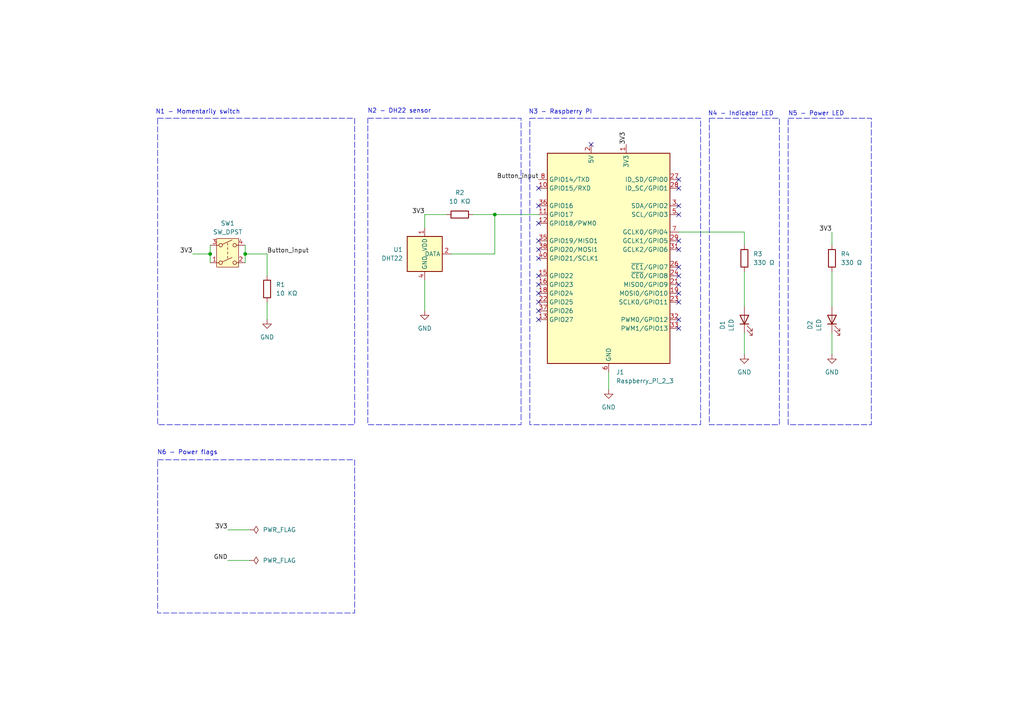
<source format=kicad_sch>
(kicad_sch (version 20250114) (generator "eeschema") (generator_version "9.0")
  (paper "A4")
  (title_block (title "Raspberry PI HAT") (date "2025-06-14") (rev "1") (company "DGN Holdings") (comment 1 "Designed by Gathoinjia in Toll, Nanyuki"))
  (lib_symbols
    (symbol "Connector:Raspberry_Pi_2_3"
      (property "Reference" "J" (at -17.78 31.75 0))
      (property "Value" "Raspberry_Pi_2_3" (at 10.16 -31.75 0))
      (symbol "Raspberry_Pi_2_3_0_1"
        (rectangle (start -17.78 30.48) (end 17.78 -30.48) (stroke (width 0.254)) (fill (type background)))
      )
      (symbol "Raspberry_Pi_2_3_1_1"
        (pin bidirectional line (at -20.32 22.86 0) (length 2.54) (name "GPIO14/TXD") (number "8"))
        (pin bidirectional line (at -20.32 20.32 0) (length 2.54) (name "GPIO15/RXD") (number "10"))
        (pin bidirectional line (at -20.32 15.24 0) (length 2.54) (name "GPIO16") (number "36"))
        (pin bidirectional line (at -20.32 12.7 0) (length 2.54) (name "GPIO17") (number "11"))
        (pin bidirectional line (at -20.32 10.16 0) (length 2.54) (name "GPIO18/PWM0") (number "12"))
        (pin bidirectional line (at -20.32 5.08 0) (length 2.54) (name "GPIO19/MISO1") (number "35"))
        (pin bidirectional line (at -20.32 2.54 0) (length 2.54) (name "GPIO20/MOSI1") (number "38"))
        (pin bidirectional line (at -20.32 0 0) (length 2.54) (name "GPIO21/SCLK1") (number "40"))
        (pin bidirectional line (at -20.32 -5.08 0) (length 2.54) (name "GPIO22") (number "15"))
        (pin bidirectional line (at -20.32 -7.62 0) (length 2.54) (name "GPIO23") (number "16"))
        (pin bidirectional line (at -20.32 -10.16 0) (length 2.54) (name "GPIO24") (number "18"))
        (pin bidirectional line (at -20.32 -12.7 0) (length 2.54) (name "GPIO25") (number "22"))
        (pin bidirectional line (at -20.32 -15.24 0) (length 2.54) (name "GPIO26") (number "37"))
        (pin bidirectional line (at -20.32 -17.78 0) (length 2.54) (name "GPIO27") (number "13"))
        (pin power_in line (at -5.08 33.02 270) (length 2.54) (name "5V") (number "2"))
        (pin passive line (at -5.08 33.02 270) (length 2.54) (hide yes) (name "5V") (number "4"))
        (pin passive line (at 0 -33.02 90) (length 2.54) (hide yes) (name "GND") (number "14"))
        (pin passive line (at 0 -33.02 90) (length 2.54) (hide yes) (name "GND") (number "20"))
        (pin passive line (at 0 -33.02 90) (length 2.54) (hide yes) (name "GND") (number "25"))
        (pin passive line (at 0 -33.02 90) (length 2.54) (hide yes) (name "GND") (number "30"))
        (pin passive line (at 0 -33.02 90) (length 2.54) (hide yes) (name "GND") (number "34"))
        (pin passive line (at 0 -33.02 90) (length 2.54) (hide yes) (name "GND") (number "39"))
        (pin power_in line (at 0 -33.02 90) (length 2.54) (name "GND") (number "6"))
        (pin passive line (at 0 -33.02 90) (length 2.54) (hide yes) (name "GND") (number "9"))
        (pin power_in line (at 5.08 33.02 270) (length 2.54) (name "3V3") (number "1"))
        (pin passive line (at 5.08 33.02 270) (length 2.54) (hide yes) (name "3V3") (number "17"))
        (pin bidirectional line (at 20.32 22.86 180) (length 2.54) (name "ID_SD/GPIO0") (number "27"))
        (pin bidirectional line (at 20.32 20.32 180) (length 2.54) (name "ID_SC/GPIO1") (number "28"))
        (pin bidirectional line (at 20.32 15.24 180) (length 2.54) (name "SDA/GPIO2") (number "3"))
        (pin bidirectional line (at 20.32 12.7 180) (length 2.54) (name "SCL/GPIO3") (number "5"))
        (pin bidirectional line (at 20.32 7.62 180) (length 2.54) (name "GCLK0/GPIO4") (number "7"))
        (pin bidirectional line (at 20.32 5.08 180) (length 2.54) (name "GCLK1/GPIO5") (number "29"))
        (pin bidirectional line (at 20.32 2.54 180) (length 2.54) (name "GCLK2/GPIO6") (number "31"))
        (pin bidirectional line (at 20.32 -2.54 180) (length 2.54) (name "~{CE1}/GPIO7") (number "26"))
        (pin bidirectional line (at 20.32 -5.08 180) (length 2.54) (name "~{CE0}/GPIO8") (number "24"))
        (pin bidirectional line (at 20.32 -7.62 180) (length 2.54) (name "MISO0/GPIO9") (number "21"))
        (pin bidirectional line (at 20.32 -10.16 180) (length 2.54) (name "MOSI0/GPIO10") (number "19"))
        (pin bidirectional line (at 20.32 -12.7 180) (length 2.54) (name "SCLK0/GPIO11") (number "23"))
        (pin bidirectional line (at 20.32 -17.78 180) (length 2.54) (name "PWM0/GPIO12") (number "32"))
        (pin bidirectional line (at 20.32 -20.32 180) (length 2.54) (name "PWM1/GPIO13") (number "33"))
      )
    )
    (symbol "Device:LED" (pin_numbers (hide yes)) (pin_names (offset 1.016) (hide yes))
      (property "Reference" "D" (at 0 2.54 0))
      (property "Value" "LED" (at 0 -2.54 0))
      (symbol "LED_0_1"
        (polyline (pts (xy -3.048 -0.762) (xy -4.572 -2.286) (xy -3.81 -2.286) (xy -4.572 -2.286) (xy -4.572 -1.524)))
        (polyline (pts (xy -1.778 -0.762) (xy -3.302 -2.286) (xy -2.54 -2.286) (xy -3.302 -2.286) (xy -3.302 -1.524)))
        (polyline (pts (xy -1.27 0) (xy 1.27 0)))
        (polyline (pts (xy -1.27 -1.27) (xy -1.27 1.27)) (stroke (width 0.254)))
        (polyline (pts (xy 1.27 -1.27) (xy 1.27 1.27) (xy -1.27 0) (xy 1.27 -1.27)) (stroke (width 0.254)))
      )
      (symbol "LED_1_1"
        (pin passive line (at -3.81 0 0) (length 2.54) (name "K") (number "1"))
        (pin passive line (at 3.81 0 180) (length 2.54) (name "A") (number "2"))
      )
    )
    (symbol "Device:R" (pin_numbers (hide yes)) (pin_names (offset 0))
      (property "Reference" "R" (at 2.032 0 90))
      (property "Value" "R" (at 0 0 90))
      (symbol "R_0_1"
        (rectangle (start -1.016 -2.54) (end 1.016 2.54) (stroke (width 0.254)))
      )
      (symbol "R_1_1"
        (pin passive line (at 0 3.81 270) (length 1.27) (name "~") (number "1"))
        (pin passive line (at 0 -3.81 90) (length 1.27) (name "~") (number "2"))
      )
    )
    (symbol "Sensor:DHT11"
      (property "Reference" "U" (at -3.81 6.35 0))
      (property "Value" "DHT11" (at 3.81 6.35 0))
      (symbol "DHT11_0_1"
        (rectangle (start -5.08 5.08) (end 5.08 -5.08) (stroke (width 0.254)) (fill (type background)))
      )
      (symbol "DHT11_1_1"
        (pin no_connect line (at -5.08 0 0) (length 2.54) (hide yes) (name "NC") (number "3"))
        (pin power_in line (at 0 7.62 270) (length 2.54) (name "VDD") (number "1"))
        (pin power_in line (at 0 -7.62 90) (length 2.54) (name "GND") (number "4"))
        (pin bidirectional line (at 7.62 0 180) (length 2.54) (name "DATA") (number "2"))
      )
    )
    (symbol "Switch:SW_DPST" (pin_names (offset 0) (hide yes))
      (property "Reference" "SW" (at 0 6.35 0))
      (property "Value" "SW_DPST" (at 0 -5.08 0))
      (symbol "SW_DPST_0_0"
        (circle (center -2.032 2.54) (radius 0.508))
        (circle (center -2.032 -2.54) (radius 0.508))
        (polyline (pts (xy -1.524 2.794) (xy 1.27 4.064)))
        (polyline (pts (xy -1.524 -2.286) (xy 1.27 -1.016)))
        (polyline (pts (xy 0 2.54) (xy 0 3.175)))
        (polyline (pts (xy 0 1.27) (xy 0 1.905)))
        (polyline (pts (xy 0 0) (xy 0 0.635)))
        (polyline (pts (xy 0 -1.27) (xy 0 -0.635)))
        (circle (center 2.032 2.54) (radius 0.508))
        (circle (center 2.032 -2.54) (radius 0.508))
      )
      (symbol "SW_DPST_1_1"
        (rectangle (start -3.175 4.445) (end 3.175 -3.81) (fill (type background)))
        (pin passive line (at -5.08 2.54 0) (length 2.54) (name "3") (number "3"))
        (pin passive line (at -5.08 -2.54 0) (length 2.54) (name "1") (number "1"))
        (pin passive line (at 5.08 2.54 180) (length 2.54) (name "4") (number "4"))
        (pin passive line (at 5.08 -2.54 180) (length 2.54) (name "2") (number "2"))
      )
    )
    (symbol "power:GND" (power) (pin_numbers (hide yes)) (pin_names (offset 0) (hide yes))
      (property "Value" "GND" (at 0 -3.81 0))
      (symbol "GND_0_1"
        (polyline (pts (xy 0 0) (xy 0 -1.27) (xy 1.27 -1.27) (xy 0 -2.54) (xy -1.27 -1.27) (xy 0 -1.27)))
      )
      (symbol "GND_1_1"
        (pin power_in line (at 0 0 270) (length 0) (name "~") (number "1"))
      )
    )
    (symbol "power:PWR_FLAG" (power) (pin_numbers (hide yes)) (pin_names (offset 0) (hide yes))
      (property "Value" "PWR_FLAG" (at 0 3.81 0))
      (symbol "PWR_FLAG_0_0"
        (pin power_out line (at 0 0 90) (length 0) (name "~") (number "1"))
      )
      (symbol "PWR_FLAG_0_1"
        (polyline (pts (xy 0 0) (xy 0 1.27) (xy -1.016 1.905) (xy 0 2.54) (xy 1.016 1.905) (xy 0 1.27)))
      )
    )
  )
  (rectangle (start 106.68 34.29) (end 151.13 123.19) (stroke (width 0) (type dash)))
  (rectangle (start 228.6 34.29) (end 252.73 123.19) (stroke (width 0) (type dash)))
  (rectangle (start 45.72 34.29) (end 102.87 123.19) (stroke (width 0) (type dash)))
  (rectangle (start 45.72 133.35) (end 102.87 177.8) (stroke (width 0) (type dash)))
  (rectangle (start 205.74 34.29) (end 226.06 123.19) (stroke (width 0) (type dash)))
  (rectangle (start 153.67 34.29) (end 203.2 123.19) (stroke (width 0) (type dash)))
  (text "N1 - Momentarily switch" (at 57.404 32.512 0) (effects (font (size 1.27 1.27))))
  (text "N6 - Power flags" (at 54.356 131.318 0) (effects (font (size 1.27 1.27))))
  (text "N4 - Indicator LED" (at 214.884 33.02 0) (effects (font (size 1.27 1.27))))
  (text "N2 - DH22 sensor" (at 115.824 32.258 0) (effects (font (size 1.27 1.27))))
  (text "N3 - Raspberry PI" (at 162.56 32.512 0) (effects (font (size 1.27 1.27))))
  (text "N5 - Power LED" (at 236.728 33.02 0) (effects (font (size 1.27 1.27))))
  (junction (at 71.12 73.66))
  (junction (at 60.96 73.66))
  (junction (at 143.51 62.23))
  (no_connect (at 156.21 90.17))
  (no_connect (at 196.85 85.09))
  (no_connect (at 196.85 92.71))
  (no_connect (at 196.85 69.85))
  (no_connect (at 196.85 72.39))
  (no_connect (at 196.85 52.07))
  (no_connect (at 156.21 85.09))
  (no_connect (at 156.21 80.01))
  (no_connect (at 156.21 72.39))
  (no_connect (at 196.85 54.61))
  (no_connect (at 196.85 82.55))
  (no_connect (at 196.85 62.23))
  (no_connect (at 156.21 74.93))
  (no_connect (at 156.21 54.61))
  (no_connect (at 171.45 41.91))
  (no_connect (at 156.21 87.63))
  (no_connect (at 196.85 87.63))
  (no_connect (at 156.21 59.69))
  (no_connect (at 156.21 92.71))
  (no_connect (at 156.21 64.77))
  (no_connect (at 156.21 82.55))
  (no_connect (at 156.21 69.85))
  (no_connect (at 196.85 80.01))
  (no_connect (at 196.85 77.47))
  (no_connect (at 196.85 95.25))
  (no_connect (at 196.85 59.69))
  (wire (pts (xy 137.16 62.23) (xy 143.51 62.23)))
  (wire (pts (xy 196.85 67.31) (xy 215.9 67.31)))
  (wire (pts (xy 241.3 96.52) (xy 241.3 102.87)))
  (wire (pts (xy 71.12 71.12) (xy 71.12 73.66)))
  (wire (pts (xy 123.19 62.23) (xy 123.19 66.04)))
  (wire (pts (xy 55.88 73.66) (xy 60.96 73.66)))
  (wire (pts (xy 77.47 73.66) (xy 77.47 80.01)))
  (wire (pts (xy 215.9 78.74) (xy 215.9 88.9)))
  (wire (pts (xy 241.3 67.31) (xy 241.3 71.12)))
  (wire (pts (xy 71.12 73.66) (xy 71.12 76.2)))
  (wire (pts (xy 130.81 73.66) (xy 143.51 73.66)))
  (wire (pts (xy 215.9 96.52) (xy 215.9 102.87)))
  (wire (pts (xy 77.47 73.66) (xy 71.12 73.66)))
  (wire (pts (xy 176.53 107.95) (xy 176.53 113.03)))
  (wire (pts (xy 156.21 62.23) (xy 143.51 62.23)))
  (wire (pts (xy 215.9 67.31) (xy 215.9 71.12)))
  (wire (pts (xy 123.19 62.23) (xy 129.54 62.23)))
  (wire (pts (xy 241.3 78.74) (xy 241.3 88.9)))
  (wire (pts (xy 143.51 62.23) (xy 143.51 73.66)))
  (wire (pts (xy 66.04 153.67) (xy 72.39 153.67)))
  (wire (pts (xy 66.04 162.56) (xy 72.39 162.56)))
  (wire (pts (xy 77.47 87.63) (xy 77.47 92.71)))
  (wire (pts (xy 60.96 71.12) (xy 60.96 73.66)))
  (wire (pts (xy 60.96 73.66) (xy 60.96 76.2)))
  (wire (pts (xy 123.19 81.28) (xy 123.19 90.17)))
  (label "3V3" (at 66.04 153.67 180))
  (label "GND" (at 66.04 162.56 180))
  (label "Button_input" (at 77.47 73.66 0))
  (label "Button_input" (at 156.21 52.07 180))
  (label "3V3" (at 241.3 67.31 180))
  (label "3V3" (at 123.19 62.23 180))
  (label "3V3" (at 55.88 73.66 180))
  (label "3V3" (at 181.61 41.91 90))
  (symbol (lib_id "Sensor:DHT11") (at 123.19 73.66 0) (unit 1)
    (property "Reference" "U1" (at 116.84 72.3899 0) (effects (justify right)))
    (property "Value" "DHT22" (at 116.84 74.9299 0) (effects (justify right)))
    (property "Footprint" "Connector_PinHeader_2.54mm:PinHeader_1x04_P2.54mm_Vertical" (effects (hide yes)))
    (property "Datasheet" "http://akizukidenshi.com/download/ds/aosong/DHT11.pdf" (effects (hide yes)))
    (property "Description" "3.3V to 5.5V, temperature and humidity module, DHT11" (effects (hide yes)))
  )
  (symbol (lib_id "Device:LED") (at 215.9 92.71 90) (unit 1)
    (property "Reference" "D1" (at 209.55 94.2975 0))
    (property "Value" "LED" (at 212.09 94.2975 0))
    (property "Footprint" "LED_SMD:LED_0805_2012Metric" (effects (hide yes)))
    (property "Description" "Light emitting diode" (effects (hide yes)))
    (property "Sim.Pins" "1=K 2=A" (effects (hide yes)))
  )
  (symbol (lib_id "Device:R") (at 215.9 74.93 0) (unit 1)
    (property "Reference" "R3" (at 218.44 73.6599 0) (effects (justify left)))
    (property "Value" "330 Ω" (at 218.44 76.1999 0) (effects (justify left)))
    (property "Footprint" "Resistor_SMD:R_0805_2012Metric" (effects (hide yes)))
    (property "Description" "Resistor" (effects (hide yes)))
  )
  (symbol (lib_id "Device:R") (at 241.3 74.93 0) (unit 1)
    (property "Reference" "R4" (at 243.84 73.6599 0) (effects (justify left)))
    (property "Value" "330 Ω" (at 243.84 76.1999 0) (effects (justify left)))
    (property "Footprint" "Resistor_SMD:R_0805_2012Metric" (effects (hide yes)))
    (property "Description" "Resistor" (effects (hide yes)))
  )
  (symbol (lib_id "power:GND") (at 241.3 102.87 0) (unit 1)
    (property "Reference" "#PWR05" (effects (hide yes)))
    (property "Value" "GND" (at 241.3 107.95 0))
    (property "Description" "Power symbol creates a global label with name \"GND\" , ground" (effects (hide yes)))
  )
  (symbol (lib_id "power:GND") (at 215.9 102.87 0) (unit 1)
    (property "Reference" "#PWR02" (effects (hide yes)))
    (property "Value" "GND" (at 215.9 107.95 0))
    (property "Description" "Power symbol creates a global label with name \"GND\" , ground" (effects (hide yes)))
  )
  (symbol (lib_id "power:GND") (at 176.53 113.03 0) (unit 1)
    (property "Reference" "#PWR01" (effects (hide yes)))
    (property "Value" "GND" (at 176.53 118.11 0))
    (property "Description" "Power symbol creates a global label with name \"GND\" , ground" (effects (hide yes)))
  )
  (symbol (lib_id "Device:R") (at 133.35 62.23 90) (unit 1)
    (property "Reference" "R2" (at 133.35 55.88 90))
    (property "Value" "10 KΩ" (at 133.35 58.42 90))
    (property "Footprint" "Resistor_SMD:R_0805_2012Metric" (effects (hide yes)))
    (property "Description" "Resistor" (effects (hide yes)))
  )
  (symbol (lib_id "power:PWR_FLAG") (at 72.39 153.67 270) (unit 1)
    (property "Reference" "#FLG01" (effects (hide yes)))
    (property "Value" "PWR_FLAG" (at 76.2 153.6699 90) (effects (justify left)))
    (property "Description" "Special symbol for telling ERC where power comes from" (effects (hide yes)))
  )
  (symbol (lib_id "power:GND") (at 123.19 90.17 0) (unit 1)
    (property "Reference" "#PWR03" (effects (hide yes)))
    (property "Value" "GND" (at 123.19 95.25 0))
    (property "Description" "Power symbol creates a global label with name \"GND\" , ground" (effects (hide yes)))
  )
  (symbol (lib_id "power:PWR_FLAG") (at 72.39 162.56 270) (unit 1)
    (property "Reference" "#FLG02" (effects (hide yes)))
    (property "Value" "PWR_FLAG" (at 76.2 162.5599 90) (effects (justify left)))
    (property "Description" "Special symbol for telling ERC where power comes from" (effects (hide yes)))
  )
  (symbol (lib_id "Device:R") (at 77.47 83.82 0) (unit 1)
    (property "Reference" "R1" (at 80.01 82.5499 0) (effects (justify left)))
    (property "Value" "10 KΩ" (at 80.01 85.0899 0) (effects (justify left)))
    (property "Footprint" "Resistor_SMD:R_0805_2012Metric" (effects (hide yes)))
    (property "Description" "Resistor" (effects (hide yes)))
  )
  (symbol (lib_id "Switch:SW_DPST") (at 66.04 73.66 0) (unit 1)
    (property "Reference" "SW1" (at 66.04 64.77 0))
    (property "Value" "SW_DPST" (at 66.04 67.31 0))
    (property "Footprint" "freetronics_footprints:SW_PUSHBUTTON_PTH" (effects (hide yes)))
    (property "Description" "Double Pole Single Throw (DPST) Switch" (effects (hide yes)))
  )
  (symbol (lib_id "power:GND") (at 77.47 92.71 0) (unit 1)
    (property "Reference" "#PWR04" (effects (hide yes)))
    (property "Value" "GND" (at 77.47 97.79 0))
    (property "Description" "Power symbol creates a global label with name \"GND\" , ground" (effects (hide yes)))
  )
  (symbol (lib_id "Device:LED") (at 241.3 92.71 90) (unit 1)
    (property "Reference" "D2" (at 234.95 94.2975 0))
    (property "Value" "LED" (at 237.49 94.2975 0))
    (property "Footprint" "LED_SMD:LED_0805_2012Metric" (effects (hide yes)))
    (property "Description" "Light emitting diode" (effects (hide yes)))
    (property "Sim.Pins" "1=K 2=A" (effects (hide yes)))
  )
  (symbol (lib_id "Connector:Raspberry_Pi_2_3") (at 176.53 74.93 0) (unit 1)
    (property "Reference" "J1" (at 178.6733 107.95 0) (effects (justify left)))
    (property "Value" "Raspberry_Pi_2_3" (at 178.6733 110.49 0) (effects (justify left)))
    (property "Footprint" "Connector_PinHeader_2.54mm:PinHeader_2x08_P2.54mm_Vertical" (effects (hide yes)))
    (property "Datasheet" "https://www.raspberrypi.org/documentation/hardware/raspberrypi/schematics/rpi_SCH_3bplus_1p0_reduced.pdf" (effects (hide yes)))
    (property "Description" "expansion header for Raspberry Pi 2 & 3" (effects (hide yes)))
  )
)
</source>
